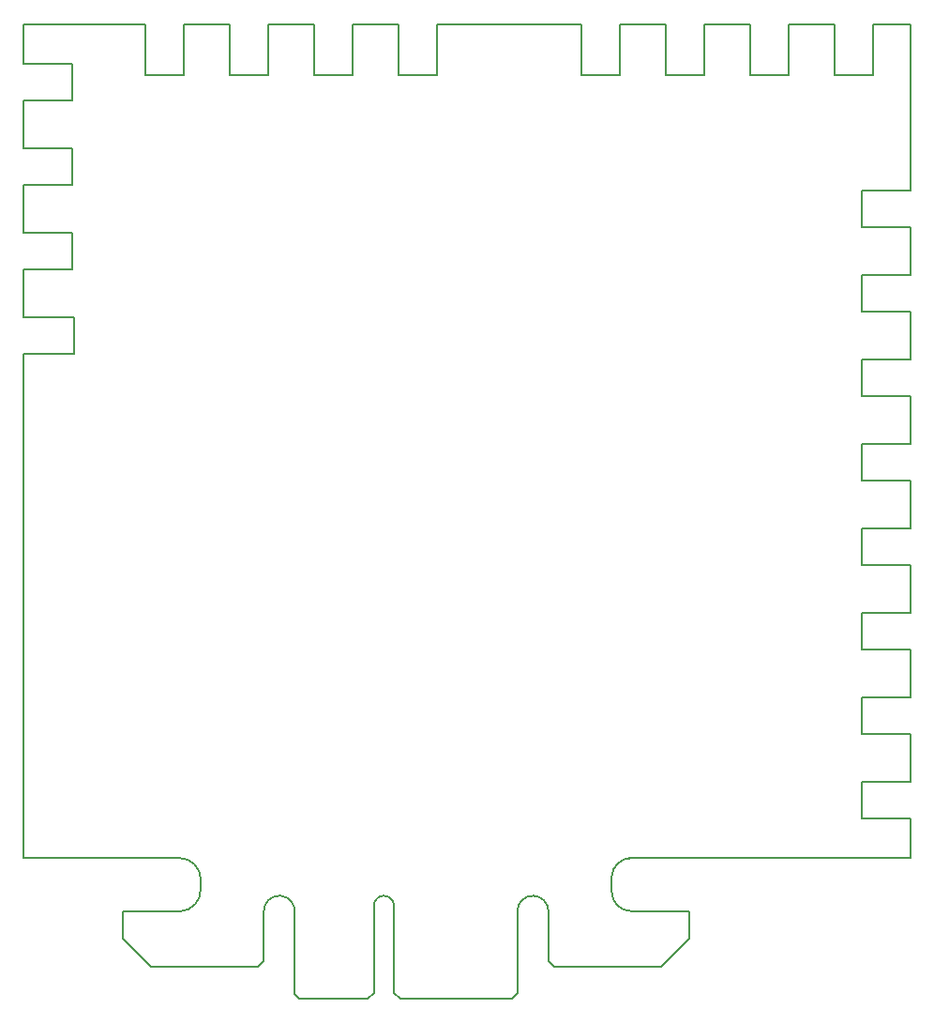
<source format=gbr>
G04 #@! TF.FileFunction,Profile,NP*
%FSLAX46Y46*%
G04 Gerber Fmt 4.6, Leading zero omitted, Abs format (unit mm)*
G04 Created by KiCad (PCBNEW 4.0.7) date 07/05/18 17:53:42*
%MOMM*%
%LPD*%
G01*
G04 APERTURE LIST*
%ADD10C,0.050000*%
%ADD11C,0.150000*%
G04 APERTURE END LIST*
D10*
D11*
X185801000Y-127254000D02*
X160274000Y-127254000D01*
X182372000Y-52070000D02*
X185801000Y-52070000D01*
X185801000Y-123698000D02*
X185801000Y-127254000D01*
X181356000Y-123698000D02*
X185801000Y-123698000D01*
X181356000Y-120396000D02*
X181356000Y-123698000D01*
X185801000Y-120396000D02*
X181356000Y-120396000D01*
X185801000Y-116078000D02*
X185801000Y-120396000D01*
X181356000Y-116078000D02*
X185801000Y-116078000D01*
X181356000Y-112776000D02*
X181356000Y-116078000D01*
X185801000Y-112776000D02*
X181356000Y-112776000D01*
X185801000Y-108458000D02*
X185801000Y-112776000D01*
X181356000Y-108458000D02*
X185801000Y-108458000D01*
X181356000Y-105156000D02*
X181356000Y-108458000D01*
X185801000Y-105156000D02*
X181356000Y-105156000D01*
X185801000Y-100838000D02*
X185801000Y-105156000D01*
X181356000Y-100838000D02*
X185801000Y-100838000D01*
X181356000Y-97536000D02*
X181356000Y-100838000D01*
X185801000Y-97536000D02*
X181356000Y-97536000D01*
X185801000Y-93218000D02*
X185801000Y-97536000D01*
X181356000Y-93218000D02*
X185801000Y-93218000D01*
X181356000Y-89916000D02*
X181356000Y-93218000D01*
X185801000Y-89916000D02*
X181356000Y-89916000D01*
X185801000Y-85598000D02*
X185801000Y-89916000D01*
X181356000Y-85598000D02*
X185801000Y-85598000D01*
X181356000Y-82296000D02*
X181356000Y-85598000D01*
X185801000Y-82296000D02*
X181356000Y-82296000D01*
X185801000Y-77978000D02*
X185801000Y-82296000D01*
X181356000Y-77978000D02*
X185801000Y-77978000D01*
X181356000Y-74676000D02*
X181356000Y-77978000D01*
X185801000Y-74676000D02*
X181356000Y-74676000D01*
X185801000Y-70358000D02*
X185801000Y-74676000D01*
X181356000Y-70358000D02*
X185801000Y-70358000D01*
X181356000Y-67056000D02*
X181356000Y-70358000D01*
X185801000Y-67056000D02*
X181356000Y-67056000D01*
X185801000Y-52070000D02*
X185801000Y-67056000D01*
X182372000Y-56642000D02*
X182372000Y-52070000D01*
X178943000Y-56642000D02*
X182372000Y-56642000D01*
X178943000Y-52070000D02*
X178943000Y-56642000D01*
X174752000Y-52070000D02*
X178943000Y-52070000D01*
X174752000Y-56642000D02*
X174752000Y-52070000D01*
X171323000Y-56642000D02*
X174752000Y-56642000D01*
X171323000Y-52070000D02*
X171323000Y-56642000D01*
X167132000Y-52070000D02*
X171323000Y-52070000D01*
X167132000Y-56642000D02*
X167132000Y-52070000D01*
X163703000Y-56642000D02*
X167132000Y-56642000D01*
X163703000Y-52070000D02*
X163703000Y-56642000D01*
X159512000Y-52070000D02*
X163703000Y-52070000D01*
X159512000Y-56642000D02*
X159512000Y-52070000D01*
X156083000Y-56642000D02*
X159512000Y-56642000D01*
X156083000Y-52070000D02*
X156083000Y-56642000D01*
X143002000Y-52070000D02*
X156083000Y-52070000D01*
X143002000Y-56642000D02*
X143002000Y-52070000D01*
X139573000Y-56642000D02*
X143002000Y-56642000D01*
X139573000Y-52070000D02*
X139573000Y-56642000D01*
X135382000Y-52070000D02*
X139573000Y-52070000D01*
X135382000Y-56642000D02*
X135382000Y-52070000D01*
X131953000Y-56642000D02*
X135382000Y-56642000D01*
X131953000Y-52070000D02*
X131953000Y-56642000D01*
X127762000Y-52070000D02*
X131953000Y-52070000D01*
X127762000Y-56642000D02*
X127762000Y-52070000D01*
X124333000Y-56642000D02*
X127762000Y-56642000D01*
X124333000Y-52070000D02*
X124333000Y-56642000D01*
X120142000Y-52070000D02*
X124333000Y-52070000D01*
X120142000Y-56642000D02*
X120142000Y-52070000D01*
X116713000Y-56642000D02*
X120142000Y-56642000D01*
X116713000Y-52070000D02*
X116713000Y-56642000D01*
X105664000Y-52070000D02*
X116713000Y-52070000D01*
X105664000Y-55626000D02*
X105664000Y-52070000D01*
X110109000Y-55626000D02*
X105664000Y-55626000D01*
X110109000Y-58928000D02*
X110109000Y-55626000D01*
X105664000Y-58928000D02*
X110109000Y-58928000D01*
X105664000Y-63246000D02*
X105664000Y-58928000D01*
X110109000Y-63246000D02*
X105664000Y-63246000D01*
X110109000Y-66548000D02*
X110109000Y-63246000D01*
X105664000Y-66548000D02*
X110109000Y-66548000D01*
X105664000Y-66675000D02*
X105664000Y-66548000D01*
X105664000Y-70866000D02*
X105664000Y-66675000D01*
X110109000Y-70866000D02*
X105664000Y-70866000D01*
X110109000Y-74168000D02*
X110109000Y-70866000D01*
X105664000Y-74168000D02*
X110109000Y-74168000D01*
X110236000Y-81788000D02*
X110236000Y-78486000D01*
X105664000Y-81788000D02*
X110236000Y-81788000D01*
X105664000Y-81915000D02*
X105664000Y-81788000D01*
X105664000Y-78486000D02*
X105664000Y-74168000D01*
X105664000Y-127254000D02*
X105664000Y-81915000D01*
X110236000Y-78486000D02*
X105664000Y-78486000D01*
X158794800Y-128922400D02*
X158794800Y-130222400D01*
X160694800Y-127222400D02*
G75*
G03X158794800Y-128922400I-100000J-1800000D01*
G01*
X158794800Y-130222400D02*
G75*
G03X160594800Y-132022400I1800000J0D01*
G01*
X160594800Y-132022400D02*
X165794800Y-132022400D01*
X163294800Y-137022400D02*
X153594800Y-137022400D01*
X165794800Y-134522400D02*
X163294800Y-137022400D01*
X165794800Y-132022400D02*
X165794800Y-134522400D01*
X139144800Y-131572400D02*
X139144800Y-139372400D01*
X139694800Y-139922400D02*
X139144800Y-139372400D01*
X137344800Y-139372400D02*
X136794800Y-139922400D01*
X137344800Y-131522400D02*
X137344800Y-139372400D01*
X138244800Y-130622400D02*
G75*
G03X137344800Y-131522400I0J-900000D01*
G01*
X139144800Y-131522400D02*
G75*
G03X138244800Y-130622400I-900000J0D01*
G01*
X153094800Y-136522400D02*
X153594800Y-137022400D01*
X153094800Y-132022400D02*
X153094800Y-136522400D01*
X153094800Y-132022400D02*
G75*
G03X151694800Y-130622400I-1400000J0D01*
G01*
X151794800Y-130622400D02*
G75*
G03X150294800Y-131922400I-100000J-1400000D01*
G01*
X150294800Y-139422400D02*
X150294800Y-131922400D01*
X149794800Y-139922400D02*
X150294800Y-139422400D01*
X139694800Y-139922400D02*
X149794800Y-139922400D01*
X130594800Y-139922400D02*
X136794800Y-139922400D01*
X130194800Y-139522400D02*
X130594800Y-139922400D01*
X130194800Y-132122400D02*
X130194800Y-139522400D01*
X128794800Y-130622400D02*
X128894800Y-130622400D01*
X128794800Y-130622400D02*
G75*
G03X127394800Y-132022400I0J-1400000D01*
G01*
X130194800Y-132122400D02*
G75*
G03X128894800Y-130622400I-1400000J100000D01*
G01*
X119794800Y-127222400D02*
X105694800Y-127222400D01*
X119894800Y-132022400D02*
X114694800Y-132022400D01*
X121694800Y-129122400D02*
X121694800Y-130022400D01*
X121694800Y-129122400D02*
G75*
G03X119794800Y-127222400I-1900000J0D01*
G01*
X119894800Y-132022400D02*
G75*
G03X121694800Y-130022400I-100000J1900000D01*
G01*
X117194800Y-137022400D02*
X126894800Y-137022400D01*
X114694800Y-134522400D02*
X117194800Y-137022400D01*
X114694800Y-134522400D02*
X114694800Y-132022400D01*
X127394800Y-136522400D02*
X126894800Y-137022400D01*
X127394800Y-132022400D02*
X127394800Y-136522400D01*
X105664000Y-127254000D02*
X105664000Y-127000000D01*
M02*

</source>
